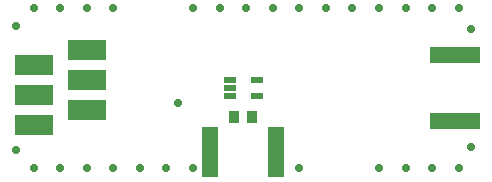
<source format=gts>
G04*
G04 #@! TF.GenerationSoftware,Altium Limited,Altium Designer,20.1.14 (287)*
G04*
G04 Layer_Color=20142*
%FSLAX43Y43*%
%MOMM*%
G71*
G04*
G04 #@! TF.SameCoordinates,8E6D0AED-6584-4932-AFB8-F401DEA6884B*
G04*
G04*
G04 #@! TF.FilePolarity,Negative*
G04*
G01*
G75*
%ADD19R,4.303X1.453*%
%ADD20R,1.453X4.303*%
%ADD21R,3.203X1.703*%
%ADD22R,1.053X0.603*%
%ADD23R,0.903X1.103*%
%ADD24C,0.703*%
D19*
X17950Y2775D02*
D03*
Y-2775D02*
D03*
D20*
X2775Y-5450D02*
D03*
X-2775D02*
D03*
D21*
X-13250Y-1905D02*
D03*
X-17750Y-3175D02*
D03*
Y-635D02*
D03*
Y1905D02*
D03*
X-13250Y635D02*
D03*
Y3175D02*
D03*
D22*
X-1125Y650D02*
D03*
Y0D02*
D03*
Y-650D02*
D03*
X1125D02*
D03*
Y650D02*
D03*
D23*
X-750Y-2500D02*
D03*
X750D02*
D03*
D24*
X-5500Y-1250D02*
D03*
X-11000Y6750D02*
D03*
X-4250D02*
D03*
X-19250Y-5250D02*
D03*
Y5250D02*
D03*
X19250Y5000D02*
D03*
Y-5000D02*
D03*
X18250Y-6750D02*
D03*
X16000D02*
D03*
X13750D02*
D03*
X11500D02*
D03*
X4750D02*
D03*
X18250Y6750D02*
D03*
X16000D02*
D03*
X13750D02*
D03*
X11500D02*
D03*
X9250D02*
D03*
X7000D02*
D03*
X4750D02*
D03*
X2500D02*
D03*
X250D02*
D03*
X-2000D02*
D03*
X-13250D02*
D03*
X-15500D02*
D03*
X-17750D02*
D03*
Y-6750D02*
D03*
X-15500D02*
D03*
X-13250D02*
D03*
X-11000D02*
D03*
X-8750D02*
D03*
X-6500D02*
D03*
X-4250D02*
D03*
M02*

</source>
